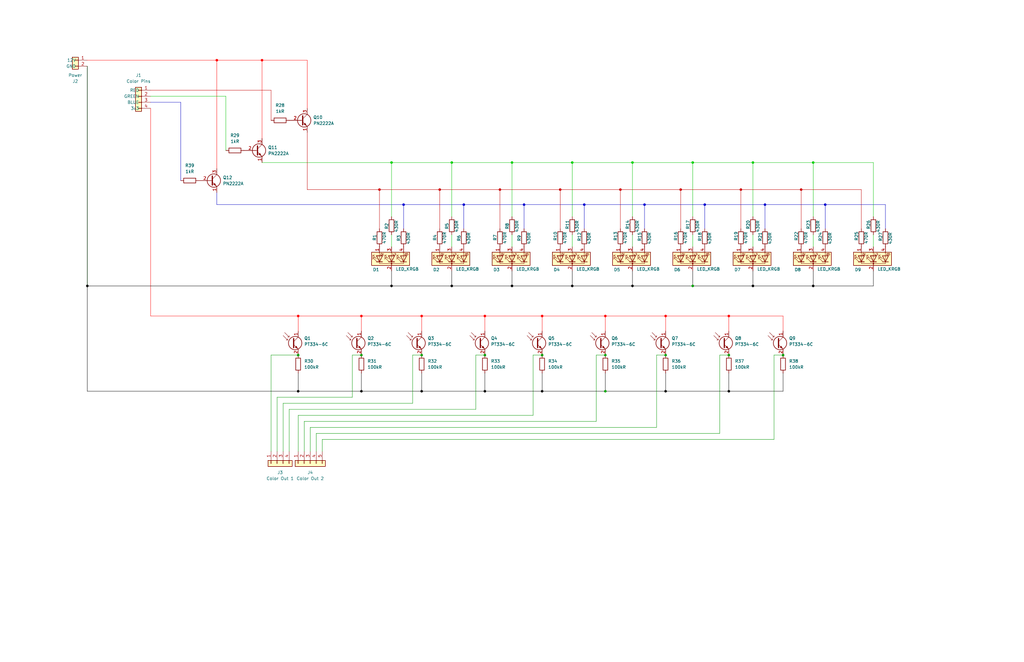
<source format=kicad_sch>
(kicad_sch (version 20231120) (generator "eeschema") (generator_version "8.0")
  (paper "B")
  (title_block (title "Rubik's Cube Color Sensor") (date "2024-03-12") (rev "A") (company "Designed by Charlie Lambert") (comment 1 "Color sensor board for Rubik's Cube Solving Machine"))
  (lib_symbols
    (symbol "Conn_01x04_1" (pin_names (offset 1.016))
      (property "Reference" "J1" (at 0 8.89 0))
      (property "Value" "Color Pins" (at 0 6.35 0))
      (symbol "Conn_01x04_1_1_1"
        (rectangle (start -1.27 -4.953) (end 0 -5.207) (stroke (width 0.1524)))
        (rectangle (start -1.27 -2.413) (end 0 -2.667) (stroke (width 0.1524)))
        (rectangle (start -1.27 0.127) (end 0 -0.127) (stroke (width 0.1524)))
        (rectangle (start -1.27 2.667) (end 0 2.413) (stroke (width 0.1524)))
        (rectangle (start -1.27 3.81) (end 1.27 -6.35) (stroke (width 0.254)) (fill (type background)))
        (pin passive line (at -5.08 2.54 0) (length 3.81) (name "RED") (number "1"))
        (pin passive line (at -5.08 0 0) (length 3.81) (name "GREEN") (number "2"))
        (pin passive line (at -5.08 -2.54 0) (length 3.81) (name "BLUE") (number "3"))
        (pin passive line (at -5.08 -5.08 0) (length 3.81) (name "3v3") (number "4"))
      )
    )
    (symbol "Connector_Generic:Conn_01x02" (pin_names (offset 1.016))
      (property "Reference" "J2" (at 0 -8.89 0))
      (property "Value" "Power" (at 0 -6.35 0))
      (symbol "Conn_01x02_1_1"
        (rectangle (start -1.27 -2.413) (end 0 -2.667) (stroke (width 0.1524)))
        (rectangle (start -1.27 0.127) (end 0 -0.127) (stroke (width 0.1524)))
        (rectangle (start -1.27 1.27) (end 1.27 -3.81) (stroke (width 0.254)) (fill (type background)))
        (pin passive line (at -5.08 0 0) (length 3.81) (name "12V") (number "1"))
        (pin passive line (at -5.08 -2.54 0) (length 3.81) (name "GND") (number "2"))
      )
    )
    (symbol "Connector_Generic:Conn_01x04" (pin_names (offset 1.016) hide)
      (property "Reference" "J" (at 0 5.08 0))
      (property "Value" "Conn_01x04" (at 0 -7.62 0))
      (symbol "Conn_01x04_1_1"
        (rectangle (start -1.27 -4.953) (end 0 -5.207) (stroke (width 0.1524)))
        (rectangle (start -1.27 -2.413) (end 0 -2.667) (stroke (width 0.1524)))
        (rectangle (start -1.27 0.127) (end 0 -0.127) (stroke (width 0.1524)))
        (rectangle (start -1.27 2.667) (end 0 2.413) (stroke (width 0.1524)))
        (rectangle (start -1.27 3.81) (end 1.27 -6.35) (stroke (width 0.254)) (fill (type background)))
        (pin passive line (at -5.08 2.54 0) (length 3.81) (name "Pin_1") (number "1"))
        (pin passive line (at -5.08 0 0) (length 3.81) (name "Pin_2") (number "2"))
        (pin passive line (at -5.08 -2.54 0) (length 3.81) (name "Pin_3") (number "3"))
        (pin passive line (at -5.08 -5.08 0) (length 3.81) (name "Pin_4") (number "4"))
      )
    )
    (symbol "Connector_Generic:Conn_01x05" (pin_names (offset 1.016) hide)
      (property "Reference" "J" (at 0 7.62 0))
      (property "Value" "Conn_01x05" (at 0 -7.62 0))
      (symbol "Conn_01x05_1_1"
        (rectangle (start -1.27 -4.953) (end 0 -5.207) (stroke (width 0.1524)))
        (rectangle (start -1.27 -2.413) (end 0 -2.667) (stroke (width 0.1524)))
        (rectangle (start -1.27 0.127) (end 0 -0.127) (stroke (width 0.1524)))
        (rectangle (start -1.27 2.667) (end 0 2.413) (stroke (width 0.1524)))
        (rectangle (start -1.27 5.207) (end 0 4.953) (stroke (width 0.1524)))
        (rectangle (start -1.27 6.35) (end 1.27 -6.35) (stroke (width 0.254)) (fill (type background)))
        (pin passive line (at -5.08 5.08 0) (length 3.81) (name "Pin_1") (number "1"))
        (pin passive line (at -5.08 2.54 0) (length 3.81) (name "Pin_2") (number "2"))
        (pin passive line (at -5.08 0 0) (length 3.81) (name "Pin_3") (number "3"))
        (pin passive line (at -5.08 -2.54 0) (length 3.81) (name "Pin_4") (number "4"))
        (pin passive line (at -5.08 -5.08 0) (length 3.81) (name "Pin_5") (number "5"))
      )
    )
    (symbol "Device:LED_KRGB" (pin_names (offset 0) hide)
      (property "Reference" "D1" (at -4.572 7.874 90))
      (property "Value" "LED_KRGB" (at -4.318 -1.778 90))
      (symbol "LED_KRGB_0_0"
        (text "B" (at 1.905 -6.35 0) (effects (font (size 1.27 1.27))))
        (text "G" (at 1.905 -1.27 0) (effects (font (size 1.27 1.27))))
        (text "R" (at 1.905 3.81 0) (effects (font (size 1.27 1.27))))
      )
      (symbol "LED_KRGB_0_1"
        (circle (center -2.032 0) (radius 0.254) (fill (type outline)))
        (polyline (pts (xy -1.27 -5.08) (xy 1.27 -5.08)))
        (polyline (pts (xy -1.27 -3.81) (xy -1.27 -6.35)) (stroke (width 0.254)))
        (polyline (pts (xy -1.27 0) (xy -2.54 0)))
        (polyline (pts (xy -1.27 1.27) (xy -1.27 -1.27)) (stroke (width 0.254)))
        (polyline (pts (xy -1.27 5.08) (xy 1.27 5.08)))
        (polyline (pts (xy -1.27 6.35) (xy -1.27 3.81)) (stroke (width 0.254)))
        (polyline (pts (xy 1.27 -5.08) (xy 2.54 -5.08)))
        (polyline (pts (xy 1.27 0) (xy -1.27 0)))
        (polyline (pts (xy 1.27 0) (xy 2.54 0)))
        (polyline (pts (xy 1.27 5.08) (xy 2.54 5.08)))
        (polyline (pts (xy -1.27 1.27) (xy -1.27 -1.27) (xy -1.27 -1.27)))
        (polyline (pts (xy -1.27 6.35) (xy -1.27 3.81) (xy -1.27 3.81)))
        (polyline (pts (xy -1.27 5.08) (xy -2.032 5.08) (xy -2.032 -5.08) (xy -1.016 -5.08)))
        (polyline (pts (xy 1.27 -3.81) (xy 1.27 -6.35) (xy -1.27 -5.08) (xy 1.27 -3.81)) (stroke (width 0.254)))
        (polyline (pts (xy 1.27 1.27) (xy 1.27 -1.27) (xy -1.27 0) (xy 1.27 1.27)) (stroke (width 0.254)))
        (polyline (pts (xy 1.27 6.35) (xy 1.27 3.81) (xy -1.27 5.08) (xy 1.27 6.35)) (stroke (width 0.254)))
        (polyline (pts (xy -1.016 -3.81) (xy 0.508 -2.286) (xy -0.254 -2.286) (xy 0.508 -2.286) (xy 0.508 -3.048)))
        (polyline (pts (xy -1.016 1.27) (xy 0.508 2.794) (xy -0.254 2.794) (xy 0.508 2.794) (xy 0.508 2.032)))
        (polyline (pts (xy -1.016 6.35) (xy 0.508 7.874) (xy -0.254 7.874) (xy 0.508 7.874) (xy 0.508 7.112)))
        (polyline (pts (xy 0 -3.81) (xy 1.524 -2.286) (xy 0.762 -2.286) (xy 1.524 -2.286) (xy 1.524 -3.048)))
        (polyline (pts (xy 0 1.27) (xy 1.524 2.794) (xy 0.762 2.794) (xy 1.524 2.794) (xy 1.524 2.032)))
        (polyline (pts (xy 0 6.35) (xy 1.524 7.874) (xy 0.762 7.874) (xy 1.524 7.874) (xy 1.524 7.112)))
        (rectangle (start 1.27 -1.27) (end 1.27 1.27))
        (rectangle (start 1.27 1.27) (end 1.27 1.27))
        (rectangle (start 1.27 3.81) (end 1.27 6.35))
        (rectangle (start 1.27 6.35) (end 1.27 6.35))
        (rectangle (start 2.794 8.382) (end -2.794 -7.62) (stroke (width 0.254)) (fill (type background)))
      )
      (symbol "LED_KRGB_1_1"
        (pin passive line (at 5.08 5.08 180) (length 2.54) (name "RA") (number "1"))
        (pin passive line (at -5.08 0 0) (length 2.54) (name "K") (number "2"))
        (pin passive line (at 5.08 0 180) (length 2.54) (name "GA") (number "3"))
        (pin passive line (at 5.08 -5.08 180) (length 2.54) (name "BA") (number "4"))
      )
    )
    (symbol "Device:R" (pin_numbers hide) (pin_names (offset 0))
      (property "Reference" "R" (at 2.032 0 90))
      (property "Value" "R" (at 0 0 90))
      (symbol "R_0_1"
        (rectangle (start -1.016 -2.54) (end 1.016 2.54) (stroke (width 0.254)))
      )
      (symbol "R_1_1"
        (pin passive line (at 0 3.81 270) (length 1.27) (name "~") (number "1"))
        (pin passive line (at 0 -3.81 90) (length 1.27) (name "~") (number "2"))
      )
    )
    (symbol "Sensor_Optical:SFH300" (pin_names (offset 0) hide)
      (property "Reference" "Q" (at 5.08 1.27 0))
      (property "Value" "SFH300" (at 5.08 -1.27 0))
      (symbol "SFH300_0_1"
        (polyline (pts (xy -1.905 1.27) (xy -2.54 1.27)))
        (polyline (pts (xy -1.27 2.54) (xy -1.905 2.54)))
        (polyline (pts (xy 0.635 0.635) (xy 2.54 2.54)))
        (polyline (pts (xy -3.81 3.175) (xy -1.905 1.27) (xy -1.905 1.905)))
        (polyline (pts (xy -3.175 4.445) (xy -1.27 2.54) (xy -1.27 3.175)))
        (polyline (pts (xy 0.635 -0.635) (xy 2.54 -2.54) (xy 2.54 -2.54)))
        (polyline (pts (xy 0.635 1.905) (xy 0.635 -1.905) (xy 0.635 -1.905)) (stroke (width 0.508)))
        (polyline (pts (xy 1.27 -1.778) (xy 1.778 -1.27) (xy 2.286 -2.286) (xy 1.27 -1.778) (xy 1.27 -1.778)) (fill (type outline)))
        (circle (center 1.27 0) (radius 2.8194) (stroke (width 0.254)))
      )
      (symbol "SFH300_1_1"
        (pin passive line (at 2.54 5.08 270) (length 2.54) (name "C") (number "1"))
        (pin passive line (at 2.54 -5.08 90) (length 2.54) (name "E") (number "2"))
      )
    )
    (symbol "Transistor_BJT:PN2222A" (pin_names (offset 0) hide)
      (property "Reference" "Q" (at 5.08 1.905 0))
      (property "Value" "PN2222A" (at 5.08 0 0))
      (symbol "PN2222A_0_1"
        (polyline (pts (xy 0 0) (xy 0.635 0)))
        (polyline (pts (xy 2.54 -2.54) (xy 0.635 -0.635)))
        (polyline (pts (xy 2.54 2.54) (xy 0.635 0.635)))
        (polyline (pts (xy 0.635 1.905) (xy 0.635 -1.905) (xy 0.635 -1.905)) (stroke (width 0.508)))
        (polyline (pts (xy 2.413 -2.413) (xy 1.905 -1.905) (xy 1.905 -1.905)))
        (polyline (pts (xy 1.143 -1.651) (xy 1.651 -1.143) (xy 2.159 -2.159) (xy 1.143 -1.651) (xy 1.143 -1.651)) (fill (type outline)))
        (circle (center 1.27 0) (radius 2.8194) (stroke (width 0.254)))
      )
      (symbol "PN2222A_1_1"
        (pin passive line (at 2.54 -5.08 90) (length 2.54) (name "E") (number "1"))
        (pin input line (at -5.08 0 0) (length 5.08) (name "B") (number "2"))
        (pin passive line (at 2.54 5.08 270) (length 2.54) (name "C") (number "3"))
      )
    )
  )
  (junction (at 204.47 165.1) (color 0 0 0 1))
  (junction (at 190.5 68.58) (color 0 194 0 1))
  (junction (at 337.82 80.01) (color 194 0 0 1))
  (junction (at 170.18 86.36) (color 0 0 194 1))
  (junction (at 215.9 68.58) (color 0 194 0 1))
  (junction (at 190.5 120.65) (color 0 0 0 1))
  (junction (at 307.34 133.35) (color 255 0 0 1))
  (junction (at 210.82 80.01) (color 194 0 0 1))
  (junction (at 177.8 149.86))
  (junction (at 342.9 120.65) (color 0 0 0 1))
  (junction (at 307.34 149.86))
  (junction (at 185.42 80.01) (color 194 0 0 1))
  (junction (at 236.22 80.01) (color 194 0 0 1))
  (junction (at 195.58 86.36) (color 0 0 194 1))
  (junction (at 261.62 80.01) (color 194 0 0 1))
  (junction (at 152.4 165.1) (color 0 0 0 1))
  (junction (at 220.98 86.36) (color 0 0 194 1))
  (junction (at 271.78 86.36) (color 0 0 194 1))
  (junction (at 287.02 80.01) (color 194 0 0 1))
  (junction (at 91.44 25.4) (color 255 0 0 1))
  (junction (at 347.98 86.36) (color 0 0 194 1))
  (junction (at 342.9 68.58) (color 0 194 0 1))
  (junction (at 246.38 86.36) (color 0 0 194 1))
  (junction (at 255.27 149.86))
  (junction (at 307.34 165.1) (color 0 0 0 1))
  (junction (at 280.67 133.35) (color 255 0 0 1))
  (junction (at 152.4 149.86))
  (junction (at 312.42 80.01) (color 194 0 0 1))
  (junction (at 292.1 68.58) (color 0 194 0 1))
  (junction (at 177.8 133.35) (color 255 0 0 1))
  (junction (at 165.1 68.58) (color 0 194 0 1))
  (junction (at 266.7 120.65) (color 0 0 0 1))
  (junction (at 317.5 120.65) (color 0 0 0 1))
  (junction (at 228.6 165.1) (color 0 0 0 1))
  (junction (at 255.27 165.1))
  (junction (at 322.58 86.36) (color 0 0 194 1))
  (junction (at 152.4 133.35) (color 255 0 0 1))
  (junction (at 36.83 120.65) (color 0 0 0 1))
  (junction (at 110.49 25.4) (color 255 0 0 1))
  (junction (at 317.5 68.58) (color 0 194 0 1))
  (junction (at 241.3 68.58) (color 0 194 0 1))
  (junction (at 292.1 120.65))
  (junction (at 266.7 68.58) (color 0 194 0 1))
  (junction (at 297.18 86.36) (color 0 0 194 1))
  (junction (at 204.47 133.35) (color 255 0 0 1))
  (junction (at 241.3 120.65) (color 0 0 0 1))
  (junction (at 160.02 80.01) (color 194 0 0 1))
  (junction (at 165.1 120.65) (color 0 0 0 1))
  (junction (at 177.8 165.1) (color 0 0 0 1))
  (junction (at 228.6 133.35) (color 255 0 0 1))
  (junction (at 228.6 149.86))
  (junction (at 280.67 165.1) (color 0 0 0 1))
  (junction (at 125.73 149.86))
  (junction (at 125.73 165.1) (color 0 0 0 1))
  (junction (at 125.73 133.35) (color 255 0 0 1))
  (junction (at 330.2 149.86))
  (junction (at 280.67 149.86))
  (junction (at 215.9 120.65) (color 0 0 0 1))
  (junction (at 204.47 149.86))
  (junction (at 255.27 133.35) (color 255 0 0 1))
  (wire (pts (xy 128.27 177.8) (xy 128.27 190.5)))
  (wire (pts (xy 224.79 149.86) (xy 224.79 175.26)))
  (wire (pts (xy 322.58 86.36) (xy 347.98 86.36)) (stroke (width 0) (color 0 0 194 1)))
  (wire (pts (xy 200.66 149.86) (xy 200.66 172.72)))
  (wire (pts (xy 330.2 133.35) (xy 330.2 139.7)) (stroke (width 0) (color 255 0 0 1)))
  (wire (pts (xy 246.38 86.36) (xy 271.78 86.36)) (stroke (width 0) (color 0 0 194 1)))
  (wire (pts (xy 165.1 68.58) (xy 190.5 68.58)) (stroke (width 0) (color 0 194 0 1)))
  (wire (pts (xy 110.49 68.58) (xy 165.1 68.58)) (stroke (width 0) (color 0 194 0 1)))
  (wire (pts (xy 160.02 96.52) (xy 160.02 80.01)) (stroke (width 0) (color 194 0 0 1)))
  (wire (pts (xy 215.9 120.65) (xy 241.3 120.65)) (stroke (width 0) (color 0 0 0 1)))
  (wire (pts (xy 251.46 149.86) (xy 251.46 177.8)))
  (wire (pts (xy 129.54 55.88) (xy 129.54 80.01)) (stroke (width 0) (color 194 0 0 1)))
  (wire (pts (xy 36.83 25.4) (xy 91.44 25.4)) (stroke (width 0) (color 255 0 0 1)))
  (wire (pts (xy 317.5 68.58) (xy 342.9 68.58)) (stroke (width 0) (color 0 194 0 1)))
  (wire (pts (xy 347.98 86.36) (xy 373.38 86.36)) (stroke (width 0) (color 0 0 194 1)))
  (wire (pts (xy 307.34 165.1) (xy 280.67 165.1)) (stroke (width 0) (color 0 0 0 1)))
  (wire (pts (xy 368.3 99.06) (xy 368.3 104.14)) (stroke (width 0) (color 0 194 0 1)))
  (wire (pts (xy 326.39 185.42) (xy 135.89 185.42)))
  (wire (pts (xy 241.3 91.44) (xy 241.3 68.58)) (stroke (width 0) (color 0 194 0 1)))
  (wire (pts (xy 110.49 25.4) (xy 129.54 25.4)) (stroke (width 0) (color 255 0 0 1)))
  (wire (pts (xy 228.6 165.1) (xy 204.47 165.1)) (stroke (width 0) (color 0 0 0 1)))
  (wire (pts (xy 307.34 157.48) (xy 307.34 165.1)) (stroke (width 0) (color 0 0 0 1)))
  (wire (pts (xy 228.6 149.86) (xy 224.79 149.86)))
  (wire (pts (xy 276.86 180.34) (xy 276.86 149.86)))
  (wire (pts (xy 148.59 167.64) (xy 116.84 167.64)))
  (wire (pts (xy 215.9 120.65) (xy 215.9 114.3)) (stroke (width 0) (color 0 0 0 1)))
  (wire (pts (xy 280.67 133.35) (xy 307.34 133.35)) (stroke (width 0) (color 255 0 0 1)))
  (wire (pts (xy 292.1 68.58) (xy 317.5 68.58)) (stroke (width 0) (color 0 194 0 1)))
  (wire (pts (xy 368.3 91.44) (xy 368.3 68.58)) (stroke (width 0) (color 0 194 0 1)))
  (wire (pts (xy 292.1 120.65) (xy 317.5 120.65)) (stroke (width 0) (color 0 0 0 1)))
  (wire (pts (xy 271.78 86.36) (xy 271.78 96.52)) (stroke (width 0) (color 0 0 194 1)))
  (wire (pts (xy 129.54 80.01) (xy 160.02 80.01)) (stroke (width 0) (color 194 0 0 1)))
  (wire (pts (xy 347.98 86.36) (xy 347.98 96.52)) (stroke (width 0) (color 0 0 194 1)))
  (wire (pts (xy 204.47 133.35) (xy 228.6 133.35)) (stroke (width 0) (color 255 0 0 1)))
  (wire (pts (xy 125.73 175.26) (xy 125.73 190.5)))
  (wire (pts (xy 261.62 96.52) (xy 261.62 80.01)) (stroke (width 0) (color 194 0 0 1)))
  (wire (pts (xy 152.4 165.1) (xy 125.73 165.1)) (stroke (width 0) (color 0 0 0 1)))
  (wire (pts (xy 110.49 25.4) (xy 110.49 58.42)) (stroke (width 0) (color 255 0 0 1)))
  (wire (pts (xy 63.5 133.35) (xy 125.73 133.35)) (stroke (width 0) (color 255 0 0 1)))
  (wire (pts (xy 255.27 157.48) (xy 255.27 165.1)) (stroke (width 0) (color 0 0 0 1)))
  (wire (pts (xy 63.5 40.64) (xy 95.25 40.64)) (stroke (width 0) (color 0 194 0 1)))
  (wire (pts (xy 266.7 120.65) (xy 292.1 120.65)) (stroke (width 0) (color 0 0 0 1)))
  (wire (pts (xy 36.83 120.65) (xy 36.83 27.94)))
  (wire (pts (xy 373.38 86.36) (xy 373.38 96.52)) (stroke (width 0) (color 0 0 194 1)))
  (wire (pts (xy 63.5 38.1) (xy 114.3 38.1)) (stroke (width 0) (color 194 0 0 1)))
  (wire (pts (xy 280.67 157.48) (xy 280.67 165.1)) (stroke (width 0) (color 0 0 0 1)))
  (wire (pts (xy 130.81 190.5) (xy 130.81 180.34)))
  (wire (pts (xy 129.54 25.4) (xy 129.54 45.72)) (stroke (width 0) (color 255 0 0 1)))
  (wire (pts (xy 297.18 86.36) (xy 297.18 96.52)) (stroke (width 0) (color 0 0 194 1)))
  (wire (pts (xy 125.73 165.1) (xy 36.83 165.1)) (stroke (width 0) (color 0 0 0 1)))
  (wire (pts (xy 125.73 157.48) (xy 125.73 165.1)) (stroke (width 0) (color 0 0 0 1)))
  (wire (pts (xy 241.3 120.65) (xy 266.7 120.65)) (stroke (width 0) (color 0 0 0 1)))
  (wire (pts (xy 266.7 99.06) (xy 266.7 104.14)))
  (wire (pts (xy 307.34 133.35) (xy 330.2 133.35)) (stroke (width 0) (color 255 0 0 1)))
  (wire (pts (xy 292.1 99.06) (xy 292.1 104.14)) (stroke (width 0) (color 0 194 0 1)))
  (wire (pts (xy 95.25 40.64) (xy 95.25 63.5)) (stroke (width 0) (color 0 194 0 1)))
  (wire (pts (xy 36.83 27.94) (xy 36.83 120.65)) (stroke (width 0) (color 0 0 0 1)))
  (wire (pts (xy 224.79 175.26) (xy 125.73 175.26)))
  (wire (pts (xy 228.6 157.48) (xy 228.6 165.1)) (stroke (width 0) (color 0 0 0 1)))
  (wire (pts (xy 91.44 81.28) (xy 91.44 86.36)) (stroke (width 0) (color 0 0 194 1)))
  (wire (pts (xy 177.8 149.86) (xy 173.99 149.86)))
  (wire (pts (xy 177.8 165.1) (xy 152.4 165.1)) (stroke (width 0) (color 0 0 0 1)))
  (wire (pts (xy 135.89 185.42) (xy 135.89 190.5)))
  (wire (pts (xy 337.82 96.52) (xy 337.82 80.01)) (stroke (width 0) (color 194 0 0 1)))
  (wire (pts (xy 255.27 133.35) (xy 280.67 133.35)) (stroke (width 0) (color 255 0 0 1)))
  (wire (pts (xy 152.4 133.35) (xy 152.4 139.7)) (stroke (width 0) (color 255 0 0 1)))
  (wire (pts (xy 190.5 91.44) (xy 190.5 68.58)) (stroke (width 0) (color 0 194 0 1)))
  (wire (pts (xy 204.47 149.86) (xy 200.66 149.86)))
  (wire (pts (xy 317.5 120.65) (xy 317.5 114.3)) (stroke (width 0) (color 0 0 0 1)))
  (wire (pts (xy 255.27 133.35) (xy 255.27 139.7)) (stroke (width 0) (color 255 0 0 1)))
  (wire (pts (xy 133.35 182.88) (xy 303.53 182.88)))
  (wire (pts (xy 119.38 170.18) (xy 119.38 190.5)))
  (wire (pts (xy 190.5 120.65) (xy 215.9 120.65)) (stroke (width 0) (color 0 0 0 1)))
  (wire (pts (xy 170.18 86.36) (xy 195.58 86.36)) (stroke (width 0) (color 0 0 194 1)))
  (wire (pts (xy 215.9 99.06) (xy 215.9 104.14)) (stroke (width 0) (color 0 194 0 1)))
  (wire (pts (xy 287.02 96.52) (xy 287.02 80.01)) (stroke (width 0) (color 194 0 0 1)))
  (wire (pts (xy 63.5 43.18) (xy 76.2 43.18)) (stroke (width 0) (color 0 0 194 1)))
  (wire (pts (xy 220.98 86.36) (xy 220.98 96.52)) (stroke (width 0) (color 0 0 194 1)))
  (wire (pts (xy 266.7 91.44) (xy 266.7 68.58)) (stroke (width 0) (color 0 194 0 1)))
  (wire (pts (xy 342.9 120.65) (xy 368.3 120.65)) (stroke (width 0) (color 0 0 0 1)))
  (wire (pts (xy 160.02 80.01) (xy 185.42 80.01)) (stroke (width 0) (color 194 0 0 1)))
  (wire (pts (xy 125.73 133.35) (xy 152.4 133.35)) (stroke (width 0) (color 255 0 0 1)))
  (wire (pts (xy 165.1 120.65) (xy 190.5 120.65)) (stroke (width 0) (color 0 0 0 1)))
  (wire (pts (xy 173.99 170.18) (xy 119.38 170.18)))
  (wire (pts (xy 297.18 86.36) (xy 322.58 86.36)) (stroke (width 0) (color 0 0 194 1)))
  (wire (pts (xy 121.92 172.72) (xy 121.92 190.5)))
  (wire (pts (xy 241.3 120.65) (xy 241.3 114.3)) (stroke (width 0) (color 0 0 0 1)))
  (wire (pts (xy 173.99 149.86) (xy 173.99 170.18)))
  (wire (pts (xy 330.2 165.1) (xy 307.34 165.1)) (stroke (width 0) (color 0 0 0 1)))
  (wire (pts (xy 251.46 177.8) (xy 128.27 177.8)))
  (wire (pts (xy 307.34 149.86) (xy 303.53 149.86)))
  (wire (pts (xy 276.86 149.86) (xy 280.67 149.86)))
  (wire (pts (xy 114.3 38.1) (xy 114.3 50.8)) (stroke (width 0) (color 194 0 0 1)))
  (wire (pts (xy 342.9 68.58) (xy 368.3 68.58)) (stroke (width 0) (color 0 194 0 1)))
  (wire (pts (xy 152.4 157.48) (xy 152.4 165.1)) (stroke (width 0) (color 0 0 0 1)))
  (wire (pts (xy 292.1 120.65) (xy 292.1 114.3)) (stroke (width 0) (color 0 0 0 1)))
  (wire (pts (xy 116.84 167.64) (xy 116.84 190.5)))
  (wire (pts (xy 220.98 86.36) (xy 246.38 86.36)) (stroke (width 0) (color 0 0 194 1)))
  (wire (pts (xy 287.02 80.01) (xy 312.42 80.01)) (stroke (width 0) (color 194 0 0 1)))
  (wire (pts (xy 91.44 25.4) (xy 110.49 25.4)) (stroke (width 0) (color 255 0 0 1)))
  (wire (pts (xy 210.82 96.52) (xy 210.82 80.01)) (stroke (width 0) (color 194 0 0 1)))
  (wire (pts (xy 36.83 165.1) (xy 36.83 120.65)) (stroke (width 0) (color 0 0 0 1)))
  (wire (pts (xy 337.82 80.01) (xy 363.22 80.01)) (stroke (width 0) (color 194 0 0 1)))
  (wire (pts (xy 261.62 80.01) (xy 287.02 80.01)) (stroke (width 0) (color 194 0 0 1)))
  (wire (pts (xy 271.78 86.36) (xy 297.18 86.36)) (stroke (width 0) (color 0 0 194 1)))
  (wire (pts (xy 280.67 133.35) (xy 280.67 139.7)) (stroke (width 0) (color 255 0 0 1)))
  (wire (pts (xy 63.5 45.72) (xy 63.5 133.35)) (stroke (width 0) (color 255 0 0 1)))
  (wire (pts (xy 215.9 68.58) (xy 241.3 68.58)) (stroke (width 0) (color 0 194 0 1)))
  (wire (pts (xy 228.6 133.35) (xy 228.6 139.7)) (stroke (width 0) (color 255 0 0 1)))
  (wire (pts (xy 148.59 149.86) (xy 148.59 167.64)))
  (wire (pts (xy 152.4 133.35) (xy 177.8 133.35)) (stroke (width 0) (color 255 0 0 1)))
  (wire (pts (xy 236.22 80.01) (xy 261.62 80.01)) (stroke (width 0) (color 194 0 0 1)))
  (wire (pts (xy 317.5 99.06) (xy 317.5 104.14)) (stroke (width 0) (color 0 194 0 1)))
  (wire (pts (xy 292.1 91.44) (xy 292.1 68.58)) (stroke (width 0) (color 0 194 0 1)))
  (wire (pts (xy 317.5 91.44) (xy 317.5 68.58)) (stroke (width 0) (color 0 194 0 1)))
  (wire (pts (xy 215.9 91.44) (xy 215.9 68.58)) (stroke (width 0) (color 0 194 0 1)))
  (wire (pts (xy 342.9 91.44) (xy 342.9 68.58)) (stroke (width 0) (color 0 194 0 1)))
  (wire (pts (xy 204.47 165.1) (xy 177.8 165.1)) (stroke (width 0) (color 0 0 0 1)))
  (wire (pts (xy 330.2 149.86) (xy 326.39 149.86)))
  (wire (pts (xy 307.34 133.35) (xy 307.34 139.7)) (stroke (width 0) (color 255 0 0 1)))
  (wire (pts (xy 165.1 120.65) (xy 165.1 114.3)) (stroke (width 0) (color 0 0 0 1)))
  (wire (pts (xy 152.4 149.86) (xy 148.59 149.86)))
  (wire (pts (xy 312.42 96.52) (xy 312.42 80.01)) (stroke (width 0) (color 194 0 0 1)))
  (wire (pts (xy 330.2 157.48) (xy 330.2 165.1)) (stroke (width 0) (color 0 0 0 1)))
  (wire (pts (xy 177.8 133.35) (xy 204.47 133.35)) (stroke (width 0) (color 255 0 0 1)))
  (wire (pts (xy 255.27 165.1) (xy 228.6 165.1)) (stroke (width 0) (color 0 0 0 1)))
  (wire (pts (xy 195.58 86.36) (xy 220.98 86.36)) (stroke (width 0) (color 0 0 194 1)))
  (wire (pts (xy 317.5 120.65) (xy 342.9 120.65)) (stroke (width 0) (color 0 0 0 1)))
  (wire (pts (xy 125.73 149.86) (xy 114.3 149.86)))
  (wire (pts (xy 266.7 120.65) (xy 266.7 114.3)) (stroke (width 0) (color 0 0 0 1)))
  (wire (pts (xy 177.8 157.48) (xy 177.8 165.1)) (stroke (width 0) (color 0 0 0 1)))
  (wire (pts (xy 114.3 149.86) (xy 114.3 190.5)))
  (wire (pts (xy 177.8 133.35) (xy 177.8 139.7)) (stroke (width 0) (color 255 0 0 1)))
  (wire (pts (xy 241.3 68.58) (xy 266.7 68.58)) (stroke (width 0) (color 0 194 0 1)))
  (wire (pts (xy 190.5 120.65) (xy 190.5 114.3)) (stroke (width 0) (color 0 0 0 1)))
  (wire (pts (xy 228.6 133.35) (xy 255.27 133.35)) (stroke (width 0) (color 255 0 0 1)))
  (wire (pts (xy 190.5 68.58) (xy 215.9 68.58)) (stroke (width 0) (color 0 194 0 1)))
  (wire (pts (xy 125.73 133.35) (xy 125.73 139.7)) (stroke (width 0) (color 255 0 0 1)))
  (wire (pts (xy 170.18 86.36) (xy 170.18 96.52)) (stroke (width 0) (color 0 0 194 1)))
  (wire (pts (xy 185.42 96.52) (xy 185.42 80.01)) (stroke (width 0) (color 194 0 0 1)))
  (wire (pts (xy 326.39 149.86) (xy 326.39 185.42)))
  (wire (pts (xy 165.1 99.06) (xy 165.1 104.14)) (stroke (width 0) (color 0 194 0 1)))
  (wire (pts (xy 204.47 157.48) (xy 204.47 165.1)) (stroke (width 0) (color 0 0 0 1)))
  (wire (pts (xy 185.42 80.01) (xy 210.82 80.01)) (stroke (width 0) (color 194 0 0 1)))
  (wire (pts (xy 91.44 25.4) (xy 91.44 71.12)) (stroke (width 0) (color 255 0 0 1)))
  (wire (pts (xy 236.22 96.52) (xy 236.22 80.01)) (stroke (width 0) (color 194 0 0 1)))
  (wire (pts (xy 91.44 86.36) (xy 170.18 86.36)) (stroke (width 0) (color 0 0 194 1)))
  (wire (pts (xy 312.42 80.01) (xy 337.82 80.01)) (stroke (width 0) (color 194 0 0 1)))
  (wire (pts (xy 246.38 86.36) (xy 246.38 96.52)) (stroke (width 0) (color 0 0 194 1)))
  (wire (pts (xy 241.3 99.06) (xy 241.3 104.14)) (stroke (width 0) (color 0 194 0 1)))
  (wire (pts (xy 255.27 149.86) (xy 251.46 149.86)))
  (wire (pts (xy 266.7 68.58) (xy 292.1 68.58)) (stroke (width 0) (color 0 194 0 1)))
  (wire (pts (xy 200.66 172.72) (xy 121.92 172.72)))
  (wire (pts (xy 190.5 99.06) (xy 190.5 104.14)) (stroke (width 0) (color 0 194 0 1)))
  (wire (pts (xy 36.83 120.65) (xy 165.1 120.65)) (stroke (width 0) (color 0 0 0 1)))
  (wire (pts (xy 133.35 182.88) (xy 133.35 190.5)))
  (wire (pts (xy 165.1 68.58) (xy 165.1 91.44)) (stroke (width 0) (color 0 194 0 1)))
  (wire (pts (xy 130.81 180.34) (xy 276.86 180.34)))
  (wire (pts (xy 195.58 86.36) (xy 195.58 96.52)) (stroke (width 0) (color 0 0 194 1)))
  (wire (pts (xy 280.67 165.1) (xy 255.27 165.1)) (stroke (width 0) (color 0 0 0 1)))
  (wire (pts (xy 342.9 120.65) (xy 342.9 114.3)) (stroke (width 0) (color 0 0 0 1)))
  (wire (pts (xy 76.2 43.18) (xy 76.2 76.2)) (stroke (width 0) (color 0 0 194 1)))
  (wire (pts (xy 322.58 86.36) (xy 322.58 96.52)) (stroke (width 0) (color 0 0 194 1)))
  (wire (pts (xy 204.47 133.35) (xy 204.47 139.7)) (stroke (width 0) (color 255 0 0 1)))
  (wire (pts (xy 303.53 149.86) (xy 303.53 182.88)))
  (wire (pts (xy 210.82 80.01) (xy 236.22 80.01)) (stroke (width 0) (color 194 0 0 1)))
  (wire (pts (xy 342.9 99.06) (xy 342.9 104.14)) (stroke (width 0) (color 0 194 0 1)))
  (wire (pts (xy 368.3 120.65) (xy 368.3 114.3)) (stroke (width 0) (color 0 0 0 1)))
  (wire (pts (xy 363.22 96.52) (xy 363.22 80.01)) (stroke (width 0) (color 194 0 0 1)))
  (symbol (lib_id "Device:R") (at 125.73 153.67 180) (unit 1)
    (property "Reference" "R30" (at 128.27 152.3999 0) (effects (justify right)))
    (property "Value" "100kR" (at 128.27 154.9399 0) (effects (justify right)))
    (property "Footprint" "Resistor_SMD:R_0805_2012Metric" (effects (hide yes)))
    (property "Description" "Resistor" (effects (hide yes)))
  )
  (symbol (lib_id "Device:R") (at 271.78 100.33 0) (unit 1)
    (property "Reference" "R15" (at 269.748 101.854 90) (effects (justify left)))
    (property "Value" "430R" (at 273.812 103.124 90) (effects (justify left)))
    (property "Footprint" "Resistor_SMD:R_0805_2012Metric" (effects (hide yes)))
    (property "Description" "Resistor" (effects (hide yes)))
  )
  (symbol (lib_id "Device:R") (at 118.11 50.8 90) (unit 1)
    (property "Reference" "R28" (at 118.11 44.45 90))
    (property "Value" "1kR" (at 118.11 46.99 90))
    (property "Footprint" "Resistor_SMD:R_0805_2012Metric" (effects (hide yes)))
    (property "Description" "Resistor" (effects (hide yes)))
  )
  (symbol (lib_id "Sensor_Optical:SFH300") (at 123.19 144.78 0) (unit 1)
    (property "Reference" "Q1" (at 128.27 142.7606 0) (effects (justify left)))
    (property "Value" "PT334-6C" (at 128.27 145.3006 0) (effects (justify left)))
    (property "Footprint" "LED_THT:LED_D5.0mm_Clear" (effects (hide yes)))
    (property "Datasheet" "http://www.osram-os.com/Graphics/XPic2/00101785_0.pdf" (effects (hide yes)))
    (property "Description" "silicon NPN phototransistor" (effects (hide yes)))
  )
  (symbol (lib_id "Device:LED_KRGB") (at 266.7 109.22 90) (unit 1)
    (property "Reference" "D5" (at 258.826 113.792 90) (effects (justify right)))
    (property "Value" "LED_KRGB" (at 268.478 113.538 90) (effects (justify right)))
    (property "Footprint" "LED_THT:LED_D5.0mm-RKGB" (effects (hide yes)))
    (property "Description" "RGB LED, cathode/red/green/blue" (effects (hide yes)))
  )
  (symbol (lib_id "Sensor_Optical:SFH300") (at 149.86 144.78 0) (unit 1)
    (property "Reference" "Q2" (at 154.94 142.7606 0) (effects (justify left)))
    (property "Value" "PT334-6C" (at 154.94 145.3006 0) (effects (justify left)))
    (property "Footprint" "LED_THT:LED_D5.0mm_Clear" (effects (hide yes)))
    (property "Datasheet" "http://www.osram-os.com/Graphics/XPic2/00101785_0.pdf" (effects (hide yes)))
    (property "Description" "silicon NPN phototransistor" (effects (hide yes)))
  )
  (symbol (lib_id "Device:R") (at 99.06 63.5 90) (unit 1)
    (property "Reference" "R29" (at 99.06 57.15 90))
    (property "Value" "1kR" (at 99.06 59.69 90))
    (property "Footprint" "Resistor_SMD:R_0805_2012Metric" (effects (hide yes)))
    (property "Description" "Resistor" (effects (hide yes)))
  )
  (symbol (lib_id "Device:R") (at 195.58 100.33 0) (unit 1)
    (property "Reference" "R6" (at 193.548 101.854 90) (effects (justify left)))
    (property "Value" "430R" (at 197.612 103.124 90) (effects (justify left)))
    (property "Footprint" "Resistor_SMD:R_0805_2012Metric" (effects (hide yes)))
    (property "Description" "Resistor" (effects (hide yes)))
  )
  (symbol (lib_id "Device:LED_KRGB") (at 241.3 109.22 90) (unit 1)
    (property "Reference" "D4" (at 233.426 113.792 90) (effects (justify right)))
    (property "Value" "LED_KRGB" (at 243.078 113.538 90) (effects (justify right)))
    (property "Footprint" "LED_THT:LED_D5.0mm-RKGB" (effects (hide yes)))
    (property "Description" "RGB LED, cathode/red/green/blue" (effects (hide yes)))
  )
  (symbol (lib_id "Device:R") (at 220.98 100.33 0) (unit 1)
    (property "Reference" "R9" (at 218.948 101.854 90) (effects (justify left)))
    (property "Value" "430R" (at 223.012 103.124 90) (effects (justify left)))
    (property "Footprint" "Resistor_SMD:R_0805_2012Metric" (effects (hide yes)))
    (property "Description" "Resistor" (effects (hide yes)))
  )
  (symbol (lib_id "Connector_Generic:Conn_01x04") (at 116.84 195.58 90) (mirror x) (unit 1)
    (property "Reference" "J3" (at 118.11 199.39 90))
    (property "Value" "Color Out 1" (at 118.11 201.93 90))
    (property "Footprint" "Connector_JST:JST_XH_B4B-XH-A_1x04_P2.50mm_Vertical" (effects (hide yes)))
    (property "Description" "Generic connector, single row, 01x04, script generated (kicad-library-utils/schlib/autogen/connector/)" (effects (hide yes)))
  )
  (symbol (lib_id "Device:R") (at 210.82 100.33 0) (unit 1)
    (property "Reference" "R7" (at 208.788 101.6 90) (effects (justify left)))
    (property "Value" "470R" (at 212.852 102.87 90) (effects (justify left)))
    (property "Footprint" "Resistor_SMD:R_0805_2012Metric" (effects (hide yes)))
    (property "Description" "Resistor" (effects (hide yes)))
  )
  (symbol (lib_id "Device:R") (at 322.58 100.33 0) (unit 1)
    (property "Reference" "R21" (at 320.548 101.854 90) (effects (justify left)))
    (property "Value" "430R" (at 324.612 103.124 90) (effects (justify left)))
    (property "Footprint" "Resistor_SMD:R_0805_2012Metric" (effects (hide yes)))
    (property "Description" "Resistor" (effects (hide yes)))
  )
  (symbol (lib_id "Device:R") (at 165.1 95.25 0) (unit 1)
    (property "Reference" "R2" (at 163.068 96.774 90) (effects (justify left)))
    (property "Value" "430R" (at 167.132 98.044 90) (effects (justify left)))
    (property "Footprint" "Resistor_SMD:R_0805_2012Metric" (effects (hide yes)))
    (property "Description" "Resistor" (effects (hide yes)))
  )
  (symbol (lib_id "Device:R") (at 373.38 100.33 0) (unit 1)
    (property "Reference" "R27" (at 371.348 101.854 90) (effects (justify left)))
    (property "Value" "430R" (at 375.412 103.124 90) (effects (justify left)))
    (property "Footprint" "Resistor_SMD:R_0805_2012Metric" (effects (hide yes)))
    (property "Description" "Resistor" (effects (hide yes)))
  )
  (symbol (lib_id "Device:R") (at 317.5 95.25 0) (unit 1)
    (property "Reference" "R20" (at 315.468 96.774 90) (effects (justify left)))
    (property "Value" "430R" (at 319.532 98.044 90) (effects (justify left)))
    (property "Footprint" "Resistor_SMD:R_0805_2012Metric" (effects (hide yes)))
    (property "Description" "Resistor" (effects (hide yes)))
  )
  (symbol (lib_id "Device:R") (at 185.42 100.33 0) (unit 1)
    (property "Reference" "R4" (at 183.388 101.6 90) (effects (justify left)))
    (property "Value" "470R" (at 187.452 102.87 90) (effects (justify left)))
    (property "Footprint" "Resistor_SMD:R_0805_2012Metric" (effects (hide yes)))
    (property "Description" "Resistor" (effects (hide yes)))
  )
  (symbol (lib_id "Sensor_Optical:SFH300") (at 252.73 144.78 0) (unit 1)
    (property "Reference" "Q6" (at 257.81 142.7606 0) (effects (justify left)))
    (property "Value" "PT334-6C" (at 257.81 145.3006 0) (effects (justify left)))
    (property "Footprint" "LED_THT:LED_D5.0mm_Clear" (effects (hide yes)))
    (property "Datasheet" "http://www.osram-os.com/Graphics/XPic2/00101785_0.pdf" (effects (hide yes)))
    (property "Description" "silicon NPN phototransistor" (effects (hide yes)))
  )
  (symbol (lib_id "Device:R") (at 177.8 153.67 180) (unit 1)
    (property "Reference" "R32" (at 180.34 152.3999 0) (effects (justify right)))
    (property "Value" "100kR" (at 180.34 154.9399 0) (effects (justify right)))
    (property "Footprint" "Resistor_SMD:R_0805_2012Metric" (effects (hide yes)))
    (property "Description" "Resistor" (effects (hide yes)))
  )
  (symbol (lib_id "Device:R") (at 292.1 95.25 0) (unit 1)
    (property "Reference" "R17" (at 290.068 96.774 90) (effects (justify left)))
    (property "Value" "430R" (at 294.132 98.044 90) (effects (justify left)))
    (property "Footprint" "Resistor_SMD:R_0805_2012Metric" (effects (hide yes)))
    (property "Description" "Resistor" (effects (hide yes)))
  )
  (symbol (lib_id "Device:R") (at 266.7 95.25 0) (unit 1)
    (property "Reference" "R14" (at 264.668 96.774 90) (effects (justify left)))
    (property "Value" "430R" (at 268.732 98.044 90) (effects (justify left)))
    (property "Footprint" "Resistor_SMD:R_0805_2012Metric" (effects (hide yes)))
    (property "Description" "Resistor" (effects (hide yes)))
  )
  (symbol (lib_id "Device:LED_KRGB") (at 368.3 109.22 90) (unit 1)
    (property "Reference" "D9" (at 360.426 113.792 90) (effects (justify right)))
    (property "Value" "LED_KRGB" (at 370.078 113.538 90) (effects (justify right)))
    (property "Footprint" "LED_THT:LED_D5.0mm-RKGB" (effects (hide yes)))
    (property "Description" "RGB LED, cathode/red/green/blue" (effects (hide yes)))
  )
  (symbol (lib_id "Connector_Generic:Conn_01x05") (at 130.81 195.58 90) (mirror x) (unit 1)
    (property "Reference" "J4" (at 130.81 199.39 90))
    (property "Value" "Color Out 2" (at 130.81 201.93 90))
    (property "Footprint" "Connector_JST:JST_XH_B5B-XH-A_1x05_P2.50mm_Vertical" (effects (hide yes)))
    (property "Description" "Generic connector, single row, 01x05, script generated (kicad-library-utils/schlib/autogen/connector/)" (effects (hide yes)))
  )
  (symbol (lib_id "Device:R") (at 160.02 100.33 0) (unit 1)
    (property "Reference" "R1" (at 157.988 101.6 90) (effects (justify left)))
    (property "Value" "470R" (at 162.052 102.87 90) (effects (justify left)))
    (property "Footprint" "Resistor_SMD:R_0805_2012Metric" (effects (hide yes)))
    (property "Description" "Resistor" (effects (hide yes)))
  )
  (symbol (lib_id "Sensor_Optical:SFH300") (at 304.8 144.78 0) (unit 1)
    (property "Reference" "Q8" (at 309.88 142.7606 0) (effects (justify left)))
    (property "Value" "PT334-6C" (at 309.88 145.3006 0) (effects (justify left)))
    (property "Footprint" "LED_THT:LED_D5.0mm_Clear" (effects (hide yes)))
    (property "Datasheet" "http://www.osram-os.com/Graphics/XPic2/00101785_0.pdf" (effects (hide yes)))
    (property "Description" "silicon NPN phototransistor" (effects (hide yes)))
  )
  (symbol (lib_id "Device:R") (at 246.38 100.33 0) (unit 1)
    (property "Reference" "R12" (at 244.348 101.854 90) (effects (justify left)))
    (property "Value" "430R" (at 248.412 103.124 90) (effects (justify left)))
    (property "Footprint" "Resistor_SMD:R_0805_2012Metric" (effects (hide yes)))
    (property "Description" "Resistor" (effects (hide yes)))
  )
  (symbol (lib_id "Device:LED_KRGB") (at 317.5 109.22 90) (unit 1)
    (property "Reference" "D7" (at 309.626 113.792 90) (effects (justify right)))
    (property "Value" "LED_KRGB" (at 319.278 113.538 90) (effects (justify right)))
    (property "Footprint" "LED_THT:LED_D5.0mm-RKGB" (effects (hide yes)))
    (property "Description" "RGB LED, cathode/red/green/blue" (effects (hide yes)))
  )
  (symbol (lib_id "Device:R") (at 228.6 153.67 180) (unit 1)
    (property "Reference" "R34" (at 231.14 152.3999 0) (effects (justify right)))
    (property "Value" "100kR" (at 231.14 154.9399 0) (effects (justify right)))
    (property "Footprint" "Resistor_SMD:R_0805_2012Metric" (effects (hide yes)))
    (property "Description" "Resistor" (effects (hide yes)))
  )
  (symbol (lib_id "Device:R") (at 255.27 153.67 180) (unit 1)
    (property "Reference" "R35" (at 257.81 152.3999 0) (effects (justify right)))
    (property "Value" "100kR" (at 257.81 154.9399 0) (effects (justify right)))
    (property "Footprint" "Resistor_SMD:R_0805_2012Metric" (effects (hide yes)))
    (property "Description" "Resistor" (effects (hide yes)))
  )
  (symbol (lib_id "Sensor_Optical:SFH300") (at 226.06 144.78 0) (unit 1)
    (property "Reference" "Q5" (at 231.14 142.7606 0) (effects (justify left)))
    (property "Value" "PT334-6C" (at 231.14 145.3006 0) (effects (justify left)))
    (property "Footprint" "LED_THT:LED_D5.0mm_Clear" (effects (hide yes)))
    (property "Datasheet" "http://www.osram-os.com/Graphics/XPic2/00101785_0.pdf" (effects (hide yes)))
    (property "Description" "silicon NPN phototransistor" (effects (hide yes)))
  )
  (symbol (lib_id "Transistor_BJT:PN2222A") (at 127 50.8 0) (unit 1)
    (property "Reference" "Q10" (at 132.08 49.5299 0) (effects (justify left)))
    (property "Value" "PN2222A" (at 132.08 52.0699 0) (effects (justify left)))
    (property "Footprint" "Package_TO_SOT_THT:TO-92_Inline" (effects (hide yes)))
    (property "Datasheet" "https://www.onsemi.com/pub/Collateral/PN2222-D.PDF" (effects (hide yes)))
    (property "Description" "1A Ic, 40V Vce, NPN Transistor, General Purpose Transistor, TO-92" (effects (hide yes)))
  )
  (symbol (lib_id "Transistor_BJT:PN2222A") (at 88.9 76.2 0) (unit 1)
    (property "Reference" "Q12" (at 93.98 74.9299 0) (effects (justify left)))
    (property "Value" "PN2222A" (at 93.98 77.4699 0) (effects (justify left)))
    (property "Footprint" "Package_TO_SOT_THT:TO-92_Inline" (effects (hide yes)))
    (property "Datasheet" "https://www.onsemi.com/pub/Collateral/PN2222-D.PDF" (effects (hide yes)))
    (property "Description" "1A Ic, 40V Vce, NPN Transistor, General Purpose Transistor, TO-92" (effects (hide yes)))
  )
  (symbol (lib_id "Sensor_Optical:SFH300") (at 327.66 144.78 0) (unit 1)
    (property "Reference" "Q9" (at 332.74 142.7606 0) (effects (justify left)))
    (property "Value" "PT334-6C" (at 332.74 145.3006 0) (effects (justify left)))
    (property "Footprint" "LED_THT:LED_D5.0mm_Clear" (effects (hide yes)))
    (property "Datasheet" "http://www.osram-os.com/Graphics/XPic2/00101785_0.pdf" (effects (hide yes)))
    (property "Description" "silicon NPN phototransistor" (effects (hide yes)))
  )
  (symbol (lib_id "Device:R") (at 170.18 100.33 0) (unit 1)
    (property "Reference" "R3" (at 168.148 101.854 90) (effects (justify left)))
    (property "Value" "430R" (at 172.212 103.124 90) (effects (justify left)))
    (property "Footprint" "Resistor_SMD:R_0805_2012Metric" (effects (hide yes)))
    (property "Description" "Resistor" (effects (hide yes)))
  )
  (symbol (lib_id "Device:R") (at 261.62 100.33 0) (unit 1)
    (property "Reference" "R13" (at 259.588 101.6 90) (effects (justify left)))
    (property "Value" "470R" (at 263.652 102.87 90) (effects (justify left)))
    (property "Footprint" "Resistor_SMD:R_0805_2012Metric" (effects (hide yes)))
    (property "Description" "Resistor" (effects (hide yes)))
  )
  (symbol (lib_id "Device:LED_KRGB") (at 342.9 109.22 90) (unit 1)
    (property "Reference" "D8" (at 335.026 113.792 90) (effects (justify right)))
    (property "Value" "LED_KRGB" (at 344.678 113.538 90) (effects (justify right)))
    (property "Footprint" "LED_THT:LED_D5.0mm-RKGB" (effects (hide yes)))
    (property "Description" "RGB LED, cathode/red/green/blue" (effects (hide yes)))
  )
  (symbol (lib_id "Sensor_Optical:SFH300") (at 175.26 144.78 0) (unit 1)
    (property "Reference" "Q3" (at 180.34 142.7606 0) (effects (justify left)))
    (property "Value" "PT334-6C" (at 180.34 145.3006 0) (effects (justify left)))
    (property "Footprint" "LED_THT:LED_D5.0mm_Clear" (effects (hide yes)))
    (property "Datasheet" "http://www.osram-os.com/Graphics/XPic2/00101785_0.pdf" (effects (hide yes)))
    (property "Description" "silicon NPN phototransistor" (effects (hide yes)))
  )
  (symbol (lib_id "Device:R") (at 190.5 95.25 0) (unit 1)
    (property "Reference" "R5" (at 188.468 96.774 90) (effects (justify left)))
    (property "Value" "430R" (at 192.532 98.044 90) (effects (justify left)))
    (property "Footprint" "Resistor_SMD:R_0805_2012Metric" (effects (hide yes)))
    (property "Description" "Resistor" (effects (hide yes)))
  )
  (symbol (lib_id "Device:R") (at 307.34 153.67 180) (unit 1)
    (property "Reference" "R37" (at 309.88 152.3999 0) (effects (justify right)))
    (property "Value" "100kR" (at 309.88 154.9399 0) (effects (justify right)))
    (property "Footprint" "Resistor_SMD:R_0805_2012Metric" (effects (hide yes)))
    (property "Description" "Resistor" (effects (hide yes)))
  )
  (symbol (lib_id "Device:R") (at 368.3 95.25 0) (unit 1)
    (property "Reference" "R26" (at 366.268 96.774 90) (effects (justify left)))
    (property "Value" "430R" (at 370.332 98.044 90) (effects (justify left)))
    (property "Footprint" "Resistor_SMD:R_0805_2012Metric" (effects (hide yes)))
    (property "Description" "Resistor" (effects (hide yes)))
  )
  (symbol (lib_id "Device:LED_KRGB") (at 190.5 109.22 90) (unit 1)
    (property "Reference" "D2" (at 182.626 113.792 90) (effects (justify right)))
    (property "Value" "LED_KRGB" (at 192.278 113.538 90) (effects (justify right)))
    (property "Footprint" "LED_THT:LED_D5.0mm-RKGB" (effects (hide yes)))
    (property "Description" "RGB LED, cathode/red/green/blue" (effects (hide yes)))
  )
  (symbol (lib_id "Device:R") (at 80.01 76.2 90) (unit 1)
    (property "Reference" "R39" (at 80.01 69.85 90))
    (property "Value" "1kR" (at 80.01 72.39 90))
    (property "Footprint" "Resistor_SMD:R_0805_2012Metric" (effects (hide yes)))
    (property "Description" "Resistor" (effects (hide yes)))
  )
  (symbol (lib_id "Device:LED_KRGB") (at 215.9 109.22 90) (unit 1)
    (property "Reference" "D3" (at 208.026 113.792 90) (effects (justify right)))
    (property "Value" "LED_KRGB" (at 217.678 113.538 90) (effects (justify right)))
    (property "Footprint" "LED_THT:LED_D5.0mm-RKGB" (effects (hide yes)))
    (property "Description" "RGB LED, cathode/red/green/blue" (effects (hide yes)))
  )
  (symbol (lib_id "Sensor_Optical:SFH300") (at 278.13 144.78 0) (unit 1)
    (property "Reference" "Q7" (at 283.21 142.7606 0) (effects (justify left)))
    (property "Value" "PT334-6C" (at 283.21 145.3006 0) (effects (justify left)))
    (property "Footprint" "LED_THT:LED_D5.0mm_Clear" (effects (hide yes)))
    (property "Datasheet" "http://www.osram-os.com/Graphics/XPic2/00101785_0.pdf" (effects (hide yes)))
    (property "Description" "silicon NPN phototransistor" (effects (hide yes)))
  )
  (symbol (lib_id "Device:R") (at 152.4 153.67 180) (unit 1)
    (property "Reference" "R31" (at 154.94 152.3999 0) (effects (justify right)))
    (property "Value" "100kR" (at 154.94 154.9399 0) (effects (justify right)))
    (property "Footprint" "Resistor_SMD:R_0805_2012Metric" (effects (hide yes)))
    (property "Description" "Resistor" (effects (hide yes)))
  )
  (symbol (lib_id "Device:R") (at 287.02 100.33 0) (unit 1)
    (property "Reference" "R16" (at 284.988 101.6 90) (effects (justify left)))
    (property "Value" "470R" (at 289.052 102.87 90) (effects (justify left)))
    (property "Footprint" "Resistor_SMD:R_0805_2012Metric" (effects (hide yes)))
    (property "Description" "Resistor" (effects (hide yes)))
  )
  (symbol (lib_id "Device:R") (at 342.9 95.25 0) (unit 1)
    (property "Reference" "R23" (at 340.868 96.774 90) (effects (justify left)))
    (property "Value" "430R" (at 344.932 98.044 90) (effects (justify left)))
    (property "Footprint" "Resistor_SMD:R_0805_2012Metric" (effects (hide yes)))
    (property "Description" "Resistor" (effects (hide yes)))
  )
  (symbol (lib_id "Device:LED_KRGB") (at 292.1 109.22 90) (unit 1)
    (property "Reference" "D6" (at 284.226 113.792 90) (effects (justify right)))
    (property "Value" "LED_KRGB" (at 293.878 113.538 90) (effects (justify right)))
    (property "Footprint" "LED_THT:LED_D5.0mm-RKGB" (effects (hide yes)))
    (property "Description" "RGB LED, cathode/red/green/blue" (effects (hide yes)))
  )
  (symbol (lib_id "Device:R") (at 280.67 153.67 180) (unit 1)
    (property "Reference" "R36" (at 283.21 152.3999 0) (effects (justify right)))
    (property "Value" "100kR" (at 283.21 154.9399 0) (effects (justify right)))
    (property "Footprint" "Resistor_SMD:R_0805_2012Metric" (effects (hide yes)))
    (property "Description" "Resistor" (effects (hide yes)))
  )
  (symbol (lib_id "Device:R") (at 204.47 153.67 180) (unit 1)
    (property "Reference" "R33" (at 207.01 152.3999 0) (effects (justify right)))
    (property "Value" "100kR" (at 207.01 154.9399 0) (effects (justify right)))
    (property "Footprint" "Resistor_SMD:R_0805_2012Metric" (effects (hide yes)))
    (property "Description" "Resistor" (effects (hide yes)))
  )
  (symbol (lib_id "Device:R") (at 215.9 95.25 0) (unit 1)
    (property "Reference" "R8" (at 213.868 96.774 90) (effects (justify left)))
    (property "Value" "430R" (at 217.932 98.044 90) (effects (justify left)))
    (property "Footprint" "Resistor_SMD:R_0805_2012Metric" (effects (hide yes)))
    (property "Description" "Resistor" (effects (hide yes)))
  )
  (symbol (lib_id "Device:R") (at 363.22 100.33 0) (unit 1)
    (property "Reference" "R25" (at 361.188 101.6 90) (effects (justify left)))
    (property "Value" "470R" (at 365.252 102.87 90) (effects (justify left)))
    (property "Footprint" "Resistor_SMD:R_0805_2012Metric" (effects (hide yes)))
    (property "Description" "Resistor" (effects (hide yes)))
  )
  (symbol (lib_id "Device:R") (at 330.2 153.67 180) (unit 1)
    (property "Reference" "R38" (at 332.74 152.3999 0) (effects (justify right)))
    (property "Value" "100kR" (at 332.74 154.9399 0) (effects (justify right)))
    (property "Footprint" "Resistor_SMD:R_0805_2012Metric" (effects (hide yes)))
    (property "Description" "Resistor" (effects (hide yes)))
  )
  (symbol (lib_id "Device:R") (at 236.22 100.33 0) (unit 1)
    (property "Reference" "R10" (at 234.188 101.6 90) (effects (justify left)))
    (property "Value" "470R" (at 238.252 102.87 90) (effects (justify left)))
    (property "Footprint" "Resistor_SMD:R_0805_2012Metric" (effects (hide yes)))
    (property "Description" "Resistor" (effects (hide yes)))
  )
  (symbol (lib_id "Device:R") (at 297.18 100.33 0) (unit 1)
    (property "Reference" "R18" (at 295.148 101.854 90) (effects (justify left)))
    (property "Value" "430R" (at 299.212 103.124 90) (effects (justify left)))
    (property "Footprint" "Resistor_SMD:R_0805_2012Metric" (effects (hide yes)))
    (property "Description" "Resistor" (effects (hide yes)))
  )
  (symbol (lib_id "Device:R") (at 241.3 95.25 0) (unit 1)
    (property "Reference" "R11" (at 239.268 96.774 90) (effects (justify left)))
    (property "Value" "430R" (at 243.332 98.044 90) (effects (justify left)))
    (property "Footprint" "Resistor_SMD:R_0805_2012Metric" (effects (hide yes)))
    (property "Description" "Resistor" (effects (hide yes)))
  )
  (symbol (lib_id "Device:R") (at 312.42 100.33 0) (unit 1)
    (property "Reference" "R19" (at 310.388 101.6 90) (effects (justify left)))
    (property "Value" "470R" (at 314.452 102.87 90) (effects (justify left)))
    (property "Footprint" "Resistor_SMD:R_0805_2012Metric" (effects (hide yes)))
    (property "Description" "Resistor" (effects (hide yes)))
  )
  (symbol (lib_name "Conn_01x04_1") (lib_id "Connector_Generic:Conn_01x04") (at 58.42 40.64 0) (mirror y) (unit 1)
    (property "Reference" "J1" (at 58.42 31.75 0))
    (property "Value" "Color Pins" (at 58.42 34.29 0))
    (property "Footprint" "Connector_JST:JST_XH_B4B-XH-A_1x04_P2.50mm_Vertical" (effects (hide yes)))
    (property "Description" "Generic connector, single row, 01x04, script generated (kicad-library-utils/schlib/autogen/connector/)" (effects (hide yes)))
  )
  (symbol (lib_id "Sensor_Optical:SFH300") (at 201.93 144.78 0) (unit 1)
    (property "Reference" "Q4" (at 207.01 142.7606 0) (effects (justify left)))
    (property "Value" "PT334-6C" (at 207.01 145.3006 0) (effects (justify left)))
    (property "Footprint" "LED_THT:LED_D5.0mm_Clear" (effects (hide yes)))
    (property "Datasheet" "http://www.osram-os.com/Graphics/XPic2/00101785_0.pdf" (effects (hide yes)))
    (property "Description" "silicon NPN phototransistor" (effects (hide yes)))
  )
  (symbol (lib_id "Transistor_BJT:PN2222A") (at 107.95 63.5 0) (unit 1)
    (property "Reference" "Q11" (at 113.03 62.2299 0) (effects (justify left)))
    (property "Value" "PN2222A" (at 113.03 64.7699 0) (effects (justify left)))
    (property "Footprint" "Package_TO_SOT_THT:TO-92_Inline" (effects (hide yes)))
    (property "Datasheet" "https://www.onsemi.com/pub/Collateral/PN2222-D.PDF" (effects (hide yes)))
    (property "Description" "1A Ic, 40V Vce, NPN Transistor, General Purpose Transistor, TO-92" (effects (hide yes)))
  )
  (symbol (lib_id "Connector_Generic:Conn_01x02") (at 31.75 25.4 0) (mirror y) (unit 1)
    (property "Reference" "J2" (at 31.75 34.29 0))
    (property "Value" "Power" (at 31.75 31.75 0))
    (property "Footprint" "Connector_JST:JST_XH_B2B-XH-A_1x02_P2.50mm_Vertical" (effects (hide yes)))
    (property "Description" "Generic connector, single row, 01x02, script generated (kicad-library-utils/schlib/autogen/connector/)" (effects (hide yes)))
  )
  (symbol (lib_id "Device:R") (at 337.82 100.33 0) (unit 1)
    (property "Reference" "R22" (at 335.788 101.6 90) (effects (justify left)))
    (property "Value" "470R" (at 339.852 102.87 90) (effects (justify left)))
    (property "Footprint" "Resistor_SMD:R_0805_2012Metric" (effects (hide yes)))
    (property "Description" "Resistor" (effects (hide yes)))
  )
  (symbol (lib_id "Device:R") (at 347.98 100.33 0) (unit 1)
    (property "Reference" "R24" (at 345.948 101.854 90) (effects (justify left)))
    (property "Value" "430R" (at 350.012 103.124 90) (effects (justify left)))
    (property "Footprint" "Resistor_SMD:R_0805_2012Metric" (effects (hide yes)))
    (property "Description" "Resistor" (effects (hide yes)))
  )
  (symbol (lib_id "Device:LED_KRGB") (at 165.1 109.22 90) (unit 1)
    (property "Reference" "D1" (at 157.226 113.792 90) (effects (justify right)))
    (property "Value" "LED_KRGB" (at 166.878 113.538 90) (effects (justify right)))
    (property "Footprint" "LED_THT:LED_D5.0mm-RKGB" (effects (hide yes)))
    (property "Description" "RGB LED, cathode/red/green/blue" (effects (hide yes)))
  )
)
</source>
